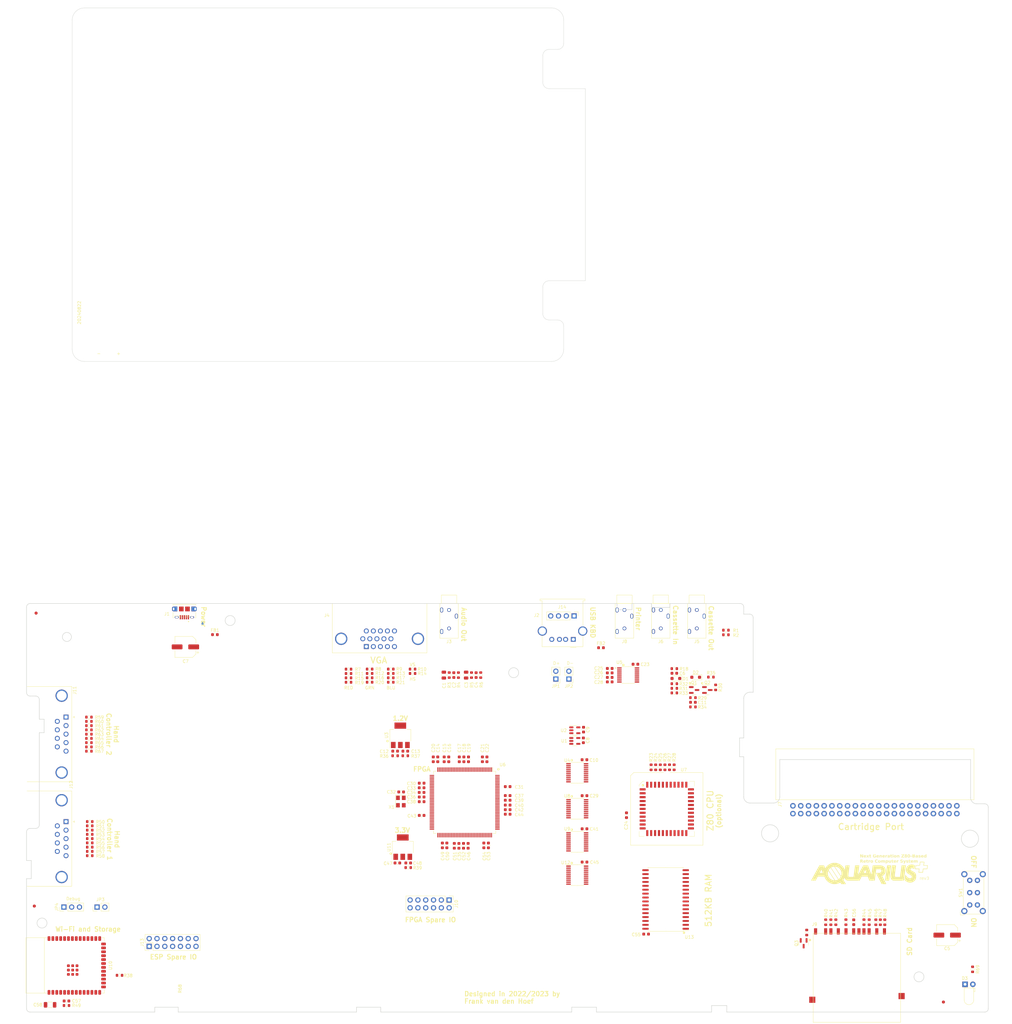
<source format=kicad_pcb>
(kicad_pcb (version 20240108) (generator "pcbnew") (generator_version "8.0")
  (layers (0 "F.Cu" signal) (31 "B.Cu" signal) (34 "B.Paste" user) (35 "F.Paste" user) (36 "B.SilkS" user "B.Silkscreen") (37 "F.SilkS" user "F.Silkscreen") (38 "B.Mask" user) (39 "F.Mask" user) (44 "Edge.Cuts" user))
  (net 0 "")
  (net 1 "+1V2")
  (net 2 "GND")
  (net 3 "+3V3")
  (net 4 "Net-(D1-K)")
  (net 5 "+5V")
  (net 6 "Net-(Q1-C)")
  (net 7 "Net-(D2-K)")
  (net 8 "SD_WP#")
  (net 9 "FPGA_EXP0")
  (net 10 "FPGA_EXP1")
  (net 11 "FPGA_EXP2")
  (net 12 "FPGA_EXP3")
  (net 13 "FPGA_EXP4")
  (net 14 "FPGA_EXP5")
  (net 15 "FPGA_EXP6")
  (net 16 "ESP_EXP0")
  (net 17 "ESP_EXP1")
  (net 18 "ESP_EXP2")
  (net 19 "ESP_EXP3")
  (net 20 "ESP_EXP4")
  (net 21 "ESP_EXP5")
  (net 22 "ESP_EXP6")
  (net 23 "ESP_EXP7")
  (net 24 "ESP_USB_D-")
  (net 25 "ESP_USB_D+")
  (net 26 "CASSETTE_IN")
  (net 27 "Net-(Q1-E)")
  (net 28 "SPI_CS#")
  (net 29 "SD_CD")
  (net 30 "FPGA_PROG#")
  (net 31 "HC1_D04")
  (net 32 "FPGA_DONE")
  (net 33 "SPI_SCLK")
  (net 34 "HC1_D03")
  (net 35 "HC1_D05")
  (net 36 "HC1_D02")
  (net 37 "SD_MISO")
  (net 38 "SD_MOSI")
  (net 39 "SD_SSEL#")
  (net 40 "SD_SCK")
  (net 41 "CASSETTE_OUT")
  (net 42 "VGA_R3")
  (net 43 "VGA_R2")
  (net 44 "VGA_R1")
  (net 45 "VGA_R0")
  (net 46 "VGA_G3")
  (net 47 "VGA_G2")
  (net 48 "VGA_G1")
  (net 49 "VGA_G0")
  (net 50 "VGA_B3")
  (net 51 "VGA_B2")
  (net 52 "VGA_B1")
  (net 53 "VGA_B0")
  (net 54 "VGA_VSYNC")
  (net 55 "VGA_HSYNC")
  (net 56 "INT#")
  (net 57 "NMI#")
  (net 58 "BUSREQ#")
  (net 59 "BUSACK#")
  (net 60 "WAIT#")
  (net 61 "RESET#")
  (net 62 "SD_ACTIVITY")
  (net 63 "HC1_D06")
  (net 64 "HC1_D01")
  (net 65 "HC1_D07")
  (net 66 "HC1_D00")
  (net 67 "HC2_D04")
  (net 68 "HC2_D03")
  (net 69 "AUDIO_L")
  (net 70 "AUDIO_R")
  (net 71 "HC2_D05")
  (net 72 "HC2_D02")
  (net 73 "HC2_D06")
  (net 74 "HC2_D01")
  (net 75 "HC2_D07")
  (net 76 "HC2_D00")
  (net 79 "Net-(J11-Pad5)")
  (net 80 "Net-(J11-Pad9)")
  (net 81 "Net-(J11-Pad4)")
  (net 82 "Net-(J11-Pad8)")
  (net 83 "Net-(J11-Pad3)")
  (net 84 "Net-(J11-Pad7)")
  (net 85 "Net-(J11-Pad2)")
  (net 86 "Net-(J11-Pad6)")
  (net 87 "VBUS")
  (net 88 "ESP_CTS")
  (net 89 "ESP_RX")
  (net 90 "ESP_RTS")
  (net 91 "ESP_TX")
  (net 92 "PRINTER_IN")
  (net 93 "PRINTER_OUT")
  (net 94 "ESP_NOTIFY")
  (net 95 "SYSCLK")
  (net 96 "SPI_MISO")
  (net 97 "SPI_MOSI")
  (net 98 "FPGA_INT#")
  (net 99 "FPGA_WR#")
  (net 100 "FPGA_BUSREQ#")
  (net 101 "FPGA_RESET#")
  (net 102 "RAM_CE#")
  (net 103 "FPGA_BUSACK#")
  (net 104 "FPGA_PHI")
  (net 105 "FPGA_CART_CE#")
  (net 106 "FPGA_RD#")
  (net 107 "FPGA_IORQ#")
  (net 108 "FPGA_MREQ#")
  (net 109 "FPGA_D7")
  (net 110 "FPGA_D6")
  (net 111 "FPGA_D5")
  (net 112 "FPGA_D4")
  (net 113 "FPGA_D3")
  (net 114 "FPGA_D2")
  (net 115 "FPGA_D1")
  (net 116 "FPGA_D0")
  (net 117 "BA18")
  (net 118 "BA17")
  (net 119 "FPGA_A12")
  (net 120 "FPGA_A11")
  (net 121 "FPGA_A10")
  (net 122 "FPGA_A14")
  (net 123 "FPGA_A13")
  (net 124 "BA14")
  (net 125 "FPGA_A15")
  (net 126 "BA16")
  (net 127 "BA15")
  (net 128 "FPGA_A9")
  (net 129 "FPGA_A8")
  (net 130 "FPGA_A7")
  (net 131 "FPGA_A6")
  (net 132 "FPGA_A5")
  (net 133 "FPGA_A4")
  (net 134 "FPGA_A3")
  (net 135 "FPGA_A2")
  (net 136 "FPGA_A1")
  (net 137 "FPGA_A0")
  (net 138 "A9")
  (net 139 "A8")
  (net 140 "A7")
  (net 141 "A6")
  (net 142 "A5")
  (net 143 "A4")
  (net 144 "A3")
  (net 145 "A2")
  (net 146 "A1")
  (net 147 "A0")
  (net 148 "D3")
  (net 149 "D2")
  (net 150 "D1")
  (net 151 "D0")
  (net 152 "A15")
  (net 153 "A14")
  (net 154 "A13")
  (net 155 "A12")
  (net 156 "A11")
  (net 157 "A10")
  (net 158 "WR#")
  (net 159 "RD#")
  (net 160 "IORQ#")
  (net 161 "MREQ#")
  (net 162 "M1#")
  (net 163 "D7")
  (net 164 "D6")
  (net 165 "D5")
  (net 166 "D4")
  (net 167 "PHI")
  (net 168 "HALT#")
  (net 169 "RFSH#")
  (net 170 "CART_CE#")
  (net 171 "RAM_WE#")
  (net 173 "Net-(J11-Pad1)")
  (net 174 "HC1_D08")
  (net 175 "HC2_D08")
  (net 176 "FPGA_EXP7")
  (net 177 "FPGA_EXP8")
  (net 178 "FPGA_EXP9")
  (net 179 "ESP_EXP8")
  (net 180 "ESP_EXP10")
  (net 181 "ESP_EXP9")
  (net 182 "Net-(C1-Pad1)")
  (net 183 "Net-(C1-Pad2)")
  (net 184 "Net-(C3-Pad1)")
  (net 185 "Net-(C3-Pad2)")
  (net 186 "Net-(C6-Pad1)")
  (net 187 "Net-(C11-Pad2)")
  (net 188 "Net-(U3-VI)")
  (net 189 "Net-(U5-C1+)")
  (net 190 "Net-(U5-C1-)")
  (net 191 "Net-(U5-V+)")
  (net 192 "Net-(U5-C2+)")
  (net 193 "Net-(U5-C2-)")
  (net 194 "Net-(U5-V-)")
  (net 195 "Net-(U11-VI)")
  (net 196 "Net-(U10-EN)")
  (net 197 "Net-(D3-A)")
  (net 198 "/USB_D+")
  (net 200 "Net-(J4-Pad1)")
  (net 201 "Net-(J4-Pad2)")
  (net 202 "Net-(J4-Pad3)")
  (net 207 "Net-(J4-Pad13)")
  (net 208 "Net-(J4-Pad14)")
  (net 211 "Net-(J5-PadT)")
  (net 214 "Net-(U5-RIN)")
  (net 215 "Net-(U5-DOUT)")
  (net 216 "Net-(J9-CD{slash}DAT3)")
  (net 217 "Net-(J9-CMD)")
  (net 218 "Net-(J9-CLK)")
  (net 219 "Net-(J9-DAT0)")
  (net 220 "Net-(J9-DAT1)")
  (net 221 "Net-(J9-DAT2)")
  (net 222 "Net-(J9-WRITE_PROTECT)")
  (net 223 "Net-(J12-Pad1)")
  (net 224 "Net-(J12-Pad2)")
  (net 225 "Net-(J12-Pad3)")
  (net 226 "Net-(J12-Pad4)")
  (net 227 "Net-(J12-Pad5)")
  (net 228 "Net-(J12-Pad6)")
  (net 229 "Net-(J12-Pad7)")
  (net 230 "Net-(J12-Pad8)")
  (net 231 "Net-(J12-Pad9)")
  (net 232 "Net-(JP3-A)")
  (net 233 "Net-(JP4-Pin_1)")
  (net 234 "Net-(JP4-Pin_2)")
  (net 235 "Net-(U6-B2_IO_CCLK)")
  (net 245 "/USB_D-")
  (net 246 "Net-(J1-VBUS)")
  (net 247 "Net-(J2-VBUS)")
  (footprint "Capacitor_SMD:C_0603_1608Metric" (layer "F.Cu") (at 208.524218 119.412611 90)
    (property "Reference" "C21")
    (property "Value" "4.7uF")
  )
  (footprint "Resistor_SMD:R_0603_1608Metric" (layer "F.Cu") (at 80.455708 115.385476)
    (property "Reference" "R66")
    (property "Value" "100")
  )
  (footprint "aquarius-plus:CR22A-44D-2.54DSA(70)" (layer "F.Cu") (at 336.266246 134.538051)
    (property "Reference" "J7")
    (property "Value" "Expansion port")
  )
  (footprint "Resistor_SMD:R_0603_1608Metric" (layer "F.Cu") (at 264.927938 122.01204 -90)
    (property "Reference" "R24")
    (property "Value" "1k")
  )
  (footprint "Resistor_SMD:R_0603_1608Metric" (layer "F.Cu") (at 73.153309 199.488692 180)
    (property "Reference" "R49")
    (property "Value" "10k")
  )
  (footprint "Package_SO:TSSOP-16_4.4x5mm_P0.65mm" (layer "F.Cu") (at 255.966349 91.982632)
    (property "Reference" "U5")
    (property "Value" "MAX3221ECPWR")
  )
  (footprint "Package_SO:SSOP-32_11.305x20.495mm_P1.27mm" (layer "F.Cu") (at 268.159348 165.009155 180)
    (property "Reference" "U13")
    (property "Value" "IS61C5128AS-25QLI")
  )
  (footprint "Connector_PinHeader_2.54mm:PinHeader_1x02_P2.54mm_Vertical" (layer "F.Cu") (at 83.107045 167.486154 90)
    (property "Reference" "JP3")
    (property "Value" "Bootloader")
  )
  (footprint "Resistor_SMD:R_0603_1608Metric" (layer "F.Cu") (at 338.042138 172.403022 -90)
    (property "Reference" "R47")
    (property "Value" "10k")
  )
  (footprint "Resistor_SMD:R_0603_1608Metric" (layer "F.Cu") (at 80.72276 143.822321)
    (property "Reference" "R53")
    (property "Value" "100")
  )
  (footprint "aquarius-plus:aqplus_logo" (layer "F.Cu") (at 334.485112 156.372352)
    (property "Reference" "#G1" (hide yes))
    (property "Value" "LOGO" (hide yes))
  )
  (footprint "Resistor_SMD:R_0603_1608Metric" (layer "F.Cu") (at 171.820455 94.325396)
    (property "Reference" "R20")
    (property "Value" "4300")
  )
  (footprint "Resistor_SMD:R_0603_1608Metric" (layer "F.Cu") (at 178.705255 91.487296)
    (property "Reference" "R13")
    (property "Value" "1070")
  )
  (footprint "Capacitor_SMD:C_0603_1608Metric" (layer "F.Cu") (at 203.877218 147.543911 -90)
    (property "Reference" "C46")
    (property "Value" "100nF")
  )
  (footprint "Connector_Dsub:DSUB-9_Male_Horizontal_P2.77x2.84mm_EdgePinOffset9.90mm_Housed_MountingHolesOffset11.32mm" (layer "F.Cu") (at 73 105.67705 -90)
    (property "Reference" "J11")
    (property "Value" "Hand controller 2")
  )
  (footprint "Resistor_SMD:R_0603_1608Metric" (layer "F.Cu") (at 80.455708 112.615476)
    (property "Reference" "R64")
    (property "Value" "100")
  )
  (footprint "Resistor_SMD:R_0603_1608Metric" (layer "F.Cu") (at 80.72276 145.212321)
    (property "Reference" "R54")
    (property "Value" "100")
  )
  (footprint "Capacitor_SMD:C_0603_1608Metric" (layer "F.Cu") (at 206.472832 92.021526 90)
    (property "Reference" "C4")
    (property "Value" "100nF")
  )
  (footprint "Connector_PinHeader_2.54mm:PinHeader_1x04_P2.54mm_Vertical" (layer "F.Cu") (at 238.376125 72.777486 -90)
    (property "Reference" "J14")
    (property "Value" "Conn_01x04" (hide yes))
  )
  (footprint "Package_TO_SOT_SMD:SOT-223-3_TabPin2" (layer "F.Cu") (at 181.813326 111.606411 90)
    (property "Reference" "U3")
    (property "Value" "LD1117S12")
  )
  (footprint "Capacitor_SMD:C_0603_1608Metric" (layer "F.Cu") (at 202.377218 147.543911 -90)
    (property "Reference" "C52")
    (property "Value" "100nF")
  )
  (footprint "Resistor_SMD:R_0603_1608Metric" (layer "F.Cu") (at 336.580738 172.402322 -90)
    (property "Reference" "R46")
    (property "Value" "100")
  )
  (footprint "Inductor_SMD:L_0603_1608Metric" (layer "F.Cu") (at 247.121819 83.126089)
    (property "Reference" "FB2")
    (property "Value" "220")
  )
  (footprint "Package_QFP:TQFP-144_20x20mm_P0.5mm" (layer "F.Cu") (at 202.747218 133.418911 -90)
    (property "Reference" "U6")
    (property "Value" "XC6SLX9-2TQG144C")
  )
  (footprint "MountingHole:MountingHole_3.2mm_M3" (layer "F.Cu") (at 231 -14)
    (property "Reference" "H4" (hide yes))
    (property "Value" "MountingHole")
  )
  (footprint "Resistor_SMD:R_0603_1608Metric" (layer "F.Cu") (at 164.949555 92.921996)
    (property "Reference" "R15")
    (property "Value" "2150")
  )
  (footprint "MountingHole:MountingHole_3.2mm_M3" (layer "F.Cu") (at 79 -14)
    (property "Reference" "H3" (hide yes))
    (property "Value" "MountingHole")
  )
  (footprint "Resistor_SMD:R_0603_1608Metric" (layer "F.Cu") (at 266.430438 122.01204 -90)
    (property "Reference" "R25")
    (property "Value" "1k")
  )
  (footprint "Connector_PinHeader_2.54mm:PinHeader_1x02_P2.54mm_Vertical" (layer "F.Cu") (at 232.433789 93.295596 180)
    (property "Reference" "JP1")
    (property "Value" "USB")
  )
  (footprint "Resistor_SMD:R_0603_1608Metric" (layer "F.Cu") (at 80.455708 105.690476)
    (property "Reference" "R59")
    (property "Value" "100")
  )
  (footprint "Capacitor_SMD:C_0603_1608Metric" (layer "F.Cu") (at 180.852218 153.132011 180)
    (property "Reference" "C47")
    (property "Value" "4.7uF")
  )
  (footprint "Capacitor_SMD:C_0603_1608Metric" (layer "F.Cu") (at 200.877218 147.556411 -90)
    (property "Reference" "C35")
    (property "Value" "4.7uF")
  )
  (footprint "Capacitor_SMD:C_0603_1608Metric" (layer "F.Cu") (at 261.808448 176.270155)
    (property "Reference" "C55")
    (property "Value" "100nF")
  )
  (footprint "Capacitor_SMD:C_0603_1608Metric" (layer "F.Cu") (at 192.527218 119.415211 90)
    (property "Reference" "C20")
    (property "Value" "4.7uF")
  )
  (footprint "Capacitor_SMD:C_0805_2012Metric" (layer "F.Cu") (at 203.222832 92.021526 90)
    (property "Reference" "C3")
    (property "Value" "10uF")
  )
  (footprint "Resistor_SMD:R_0603_1608Metric" (layer "F.Cu") (at 263.430438 122.01204 -90)
    (property "Reference" "R23")
    (property "Value" "1k")
  )
  (footprint "Package_TO_SOT_SMD:SOT-23" (layer "F.Cu") (at 281.736187 96.868911)
    (property "Reference" "Q2")
    (property "Value" "BC847C")
  )
  (footprint "Capacitor_SMD:C_0603_1608Metric" (layer "F.Cu") (at 203.997218 119.418911 90)
    (property "Reference" "C19")
    (property "Value" "100nF")
  )
  (footprint "Resistor_SMD:R_0603_1608Metric" (layer "F.Cu") (at 200.719132 92.030026 90)
    (property "Reference" "R4")
    (property "Value" "330")
  )
  (footprint "Resistor_SMD:R_0603_1608Metric" (layer "F.Cu") (at 287.781509 77.40497 180)
    (property "Reference" "R1")
    (property "Value" "10k")
  )
  (footprint "aquarius-plus:C2939180" (layer "F.Cu") (at 266.590823 73.735142)
    (property "Reference" "J6")
    (property "Value" "Cassette in")
  )
  (footprint "Connector_PinHeader_2.54mm:PinHeader_2x06_P2.54mm_Vertical" (layer "F.Cu") (at 197.693626 165.178911 -90)
    (property "Reference" "J10")
    (property "Value" "FPGA spare")
  )
  (footprint "Resistor_SMD:R_0603_1608Metric" (layer "F.Cu") (at 270.988326 89.920684)
    (property "Reference" "R18")
    (property "Value" "82")
  )
  (footprint "Capacitor_SMD:C_0603_1608Metric" (layer "F.Cu") (at 329.385338 172.401222 90)
    (property "Reference" "C56")
    (property "Value" "4.7uF")
  )
  (footprint "Capacitor_SMD:C_0603_1608Metric" (layer "F.Cu") (at 184.377218 153.132011 180)
    (property "Reference" "C48")
    (property "Value" "4.7uF")
  )
  (footprint "Resistor_SMD:R_0603_1608Metric" (layer "F.Cu") (at 80.72276 150.752321)
    (property "Reference" "R58")
    (property "Value" "100")
  )
  (footprint "Capacitor_SMD:C_0603_1608Metric" (layer "F.Cu") (at 241.760475 152.837127 180)
    (property "Reference" "C45")
    (property "Value" "100nF")
  )
  (footprint "Fiducial:Fiducial_1mm_Mask2mm" (layer "F.Cu") (at 63.255003 71.853771)
    (property "Reference" "FID1" (hide yes))
    (property "Value" "Fiducial")
  )
  (footprint "Resistor_SMD:R_0603_1608Metric" (layer "F.Cu") (at 80.72276 149.367321)
    (property "Reference" "R57")
    (property "Value" "100")
  )
  (footprint "Resistor_SMD:R_0603_1608Metric" (layer "F.Cu") (at 270.998687 97.818911)
    (property "Reference" "R33")
    (property "Value" "220")
  )
  (footprint "Capacitor_SMD:C_0603_1608Metric" (layer "F.Cu") (at 249.964049 89.856032 180)
    (property "Reference" "C25")
    (property "Value" "100nF")
  )
  (footprint "Button_Switch_THT:SW_E-Switch_EG2219_DPDT_Angled" (layer "F.Cu") (at 367.139926 166.781011 90)
    (property "Reference" "SW1")
    (property "Value" "SW_DPDT_x2")
  )
  (footprint "Capacitor_SMD:C_0603_1608Metric" (layer "F.Cu") (at 249.960249 91.308532 180)
    (property "Reference" "C26")
    (property "Value" "100nF")
  )
  (footprint "Resistor_SMD:R_0603_1608Metric" (layer "F.Cu") (at 185.792255 91.484396)
    (property "Reference" "R14")
    (property "Value" "820")
  )
  (footprint "Resistor_SMD:R_0603_1608Metric" (layer "F.Cu") (at 184.377218 154.632011)
    (property "Reference" "R39")
    (property "Value" "1")
  )
  (footprint "Resistor_SMD:R_0603_1608Metric" (layer "F.Cu") (at 178.705255 90.070196)
    (property "Reference" "R9")
    (property "Value" "536")
  )
  (footprint "Capacitor_SMD:C_0603_1608Metric" (layer "F.Cu") (at 241.760475 142.027127 180)
    (property "Reference" "C41")
    (property "Value" "100nF")
  )
  (footprint "Resistor_SMD:R_0603_1608Metric" (layer "F.Cu") (at 332.713338 172.383822 -90)
    (property "Reference" "R44")
    (property "Value" "10k")
  )
  (footprint "Capacitor_SMD:C_0603_1608Metric" (layer "F.Cu") (at 188.747218 127.168911 180)
    (property "Reference" "C30")
    (property "Value" "100nF")
  )
  (footprint "Resistor_SMD:R_0603_1608Metric" (layer "F.Cu") (at 197.722832 92.021526 -90)
    (property "Reference" "R3")
    (property "Value" "150")
  )
  (footprint "Capacitor_SMD:C_0603_1608Metric" (layer "F.Cu") (at 196.077218 119.418911 90)
    (property "Reference" "C15")
    (property "Value" "100nF")
  )
  (footprint "Resistor_SMD:R_0603_1608Metric" (layer "F.Cu") (at 164.949555 91.503596)
    (property "Reference" "R11")
    (property "Value" "1070")
  )
  (footprint "Connector_PinHeader_2.54mm:PinHeader_1x03_P2.54mm_Vertical" (layer "F.Cu") (at 72.302845 167.479154 90)
    (property "Reference" "JP4")
    (property "Value" "DBG")
  )
  (footprint "Capacitor_SMD:C_0603_1608Metric" (layer "F.Cu") (at 216.747218 134.306413)
    (property "Reference" "C40")
    (property "Value" "100nF")
  )
  (footprint "Resistor_SMD:R_0603_1608Metric" (layer "F.Cu") (at 277.048687 102.368911)
    (property "Reference" "R34")
    (property "Value" "2.2k")
  )
  (footprint "aquarius-plus:AMPHENOL_10118194-0001LF" (layer "F.Cu") (at 111.522561 70.50497 180)
    (property "Reference" "J1")
    (property "Value" "Power in")
  )
  (footprint "Resistor_SMD:R_0603_1608Metric" (layer "F.Cu") (at 320.266238 172.401422 90)
    (property "Reference" "R40")
    (property "Value" "10k")
  )
  (footprint "Resistor_SMD:R_0603_1608Metric" (layer "F.Cu") (at 269.430438 121.99894 -90)
    (property "Reference" "R27")
    (property "Value" "1k")
  )
  (footprint "Package_TO_SOT_SMD:SOT-223-3_TabPin2" (layer "F.Cu") (at 182.604718 147.982011 90)
    (property "Reference" "U11")
    (property "Value" "LDL1117S33R")
  )
  (footprint "Capacitor_SMD:C_0603_1608Metric" (layer "F.Cu") (at 188.735218 128.682811 180)
    (property "Reference" "C33")
    (property "Value" "4.7uF")
  )
  (footprint "Resistor_SMD:R_0603_1608Metric" (layer "F.Cu") (at 171.819355 92.902296)
    (property "Reference" "R16")
    (property "Value" "2150")
  )
  (footprint "Capacitor_SMD:C_0603_1608Metric" (layer "F.Cu") (at 241.760475 131.247127 180)
    (property "Reference" "C29")
    (property "Value" "100nF")
  )
  (footprint "Resistor_SMD:R_0603_1608Metric" (layer "F.Cu") (at 270.998687 96.318911 180)
    (property "Reference" "R31")
    (property "Value" "220k")
  )
  (footprint "Connector_PinHeader_2.54mm:PinHeader_2x07_P2.54mm_Vertical" (layer "F.Cu") (at 100.073626 180.258911 90)
    (property "Reference" "J13")
    (property "Value" "ESP32 spare")
  )
  (footprint "Connector_PinHeader_2.54mm:PinHeader_1x02_P2.54mm_Vertical" (layer "F.Cu") (at 236.673789 93.295596 180)
    (property "Reference" "JP2")
    (property "Value" "USB")
  )
  (footprint "Capacitor_SMD:C_0603_1608Metric" (layer "F.Cu") (at 216.752218 135.806411)
    (property "Reference" "C42")
    (property "Value" "100nF")
  )
  (footprint "aquarius-plus:C2939180" (layer "F.Cu") (at 254.753645 73.735142)
    (property "Reference" "J8")
    (property "Value" "Printer")
  )
  (footprint "Package_TO_SOT_SMD:SOT-23" (layer "F.Cu") (at 277.448687 96.868911)
    (property "Reference" "Q1")
    (property "Value" "BC847C")
  )
  (footprint "Resistor_SMD:R_0603_1608Metric" (layer "F.Cu") (at 178.701455 92.898296)
    (property "Reference" "R17")
    (property "Value" "2150")
  )
  (footprint "Capacitor_SMD:C_0603_1608Metric" (layer "F.Cu") (at 195.497218 147.418911 -90)
    (property "Reference" "C49")
    (property "Value" "100nF")
  )
  (footprint "Resistor_SMD:R_0603_1608Metric" (layer "F.Cu") (at 178.705255 94.333396)
    (property "Reference" "R21")
    (property "Value" "4300")
  )
  (footprint "Resistor_SMD:R_0603_1608Metric" (layer "F.Cu") (at 80.72276 141.057321)
    (property "Reference" "R51")
    (property "Value" "100")
  )
  (footprint "Fiducial:Fiducial_1mm_Mask2mm" (layer "F.Cu") (at 62.687698 167.14904)
    (property "Reference" "FID3" (hide yes))
    (property "Value" "Fiducial")
  )
  (footprint "Resistor_SMD:R_0603_1608Metric" (layer "F.Cu") (at 180.126626 118.255711)
    (property "Reference" "R36")
    (property "Value" "100")
  )
  (footprint "Capacitor_SMD:C_0603_1608Metric" (layer "F.Cu") (at 73.153709 198.028992)
    (property "Reference" "C57")
    (property "Value" "100nF")
  )
  (footprint "Resistor_SMD:R_0603_1608Metric" (layer "F.Cu") (at 80.455708 107.075476)
    (property "Reference" "R60")
    (property "Value" "100")
  )
  (footprint "Resistor_SMD:R_0603_1608Metric" (layer "F.Cu") (at 314.080438 175.754822 90)
    (property "Reference" "R68")
    (property "Value" "10k" (hide yes))
  )
  (footprint "Resistor_SMD:R_0603_1608Metric" (layer "F.Cu") (at 270.998687 94.818911)
    (property "Reference" "R32")
    (property "Value" "47k")
  )
  (footprint "Resistor_SMD:R_0603_1608Metric" (layer "F.Cu") (at 368.07432 187.722699 -90)
    (property "Reference" "R69")
    (property "Value" "220")
  )
  (footprint "aquarius-plus:TF-03A" (layer "F.Cu") (at 330.430438 175.974822)
    (property "Reference" "J9")
    (property "Value" "TF-03A")
  )
  (footprint "Package_TO_SOT_SMD:SOT-23-5" (layer "F.Cu") (at 238.612273 109.972781)
    (property "Reference" "U2")
    (property "Value" "SN74AHCT1G125DBVR")
  )
  (footprint "Resistor_SMD:R_0603_1608Metric" (layer "F.Cu") (at 80.72276 147.982321)
    (property "Reference" "R56")
    (property "Value" "100")
  )
  (footprint "Resistor_SMD:R_0603_1608Metric" (layer "F.Cu") (at 326.841438 172.387422 -90)
    (property "Reference" "R43")
    (property "Value" "100")
  )
  (footprint "Capacitor_SMD:C_0603_1608Metric" (layer "F.Cu") (at 255.418751 137.601672 -90)
    (property "Reference" "C24")
    (property "Value" "100nF")
  )
  (footprint "Resistor_SMD:R_0603_1608Metric" (layer "F.Cu") (at 267.930438 122.01204 -90)
    (property "Reference" "R26")
    (property "Value" "1k")
  )
  (footprint "Package_LCC:PLCC-44_SMD-Socket" (layer "F.Cu") (at 268.537938 135.53514)
    (property "Reference" "U7")
    (property "Value" "Z84C3008VEG")
  )
  (footprint "Resistor_SMD:R_0603_1608Metric" (layer "F.Cu") (at 282.898687 92.668911)
    (property "Reference" "R35")
    (property "Value" "47k")
  )
  (footprint "aquarius-plus:ICD15S13E4GV00LF" (layer "F.Cu") (at 175.058626 68.777259 180)
    (property "Reference" "J4")
    (property "Value" "VGA")
  )
  (footprint "Package_SO:TSSOP-20_4.4x6.5mm_P0.65mm" (layer "F.Cu") (at 239.397075 123.800727)
    (property "Reference" "U4")
    (property "Value" "SN74CB3T3245PWR")
  )
  (footprint "Capacitor_SMD:C_0603_1608Metric" (layer "F.Cu") (at 216.747218 131.218911)
    (property "Reference" "C37")
    (property "Value" "100nF")
  )
  (footprint "Capacitor_SMD:C_0603_1608Metric" (layer "F.Cu") (at 216.747218 132.718911)
    (property "Reference" "C39")
    (property "Value" "100nF")
  )
  (footprint "Resistor_SMD:R_0603_1608Metric" (layer "F.Cu") (at 80.455708 114.000476)
    (property "Reference" "R65")
    (property "Value" "100")
  )
  (footprint "Resistor_SMD:R_0603_1608Metric" (layer "F.Cu") (at 207.980032 92.016126 90)
    (property "Reference" "R6")
    (property "Value" "330")
  )
  (footprint "Connector_USB:USB_A_Molex_67643_Horizontal" (layer "F.Cu") (at 238.106891 80.405606 180)
    (property "Reference" "J2")
    (property "Value" "ESP USB Host")
  )
  (footprint "MountingHole:MountingHole_3.2mm_M3" (layer "F.Cu") (at 79 -121)
    (property "Reference" "H1" (hide yes))
    (property "Value" "MountingHole")
  )
  (footprint "Package_SO:TSSOP-20_4.4x6.5mm_P0.65mm" (layer "F.Cu") (at 239.410475 146.277127)
    (property "Reference" "U9")
    (property "Value" "SN74CB3T3245PWR")
  )
  (footprint "Resistor_SMD:R_0603_1608Metric" (layer "F.Cu") (at 80.455708 109.845476)
    (property "Reference" "R62")
    (property "Value" "100")
  )
  (footprint "Resistor_SMD:R_0603_1608Metric" (layer "F.Cu") (at 80.455708 108.460476)
    (property "Reference" "R61")
    (property "Value" "100")
  )
  (footprint "Resistor_SMD:R_0603_1608Metric" (layer "F.Cu") (at 334.411538 172.397422 -90)
    (property "Reference" "R45")
    (property "Value" "100")
  )
  (footprint "Capacitor_SMD:C_0603_1608Metric" (layer "F.Cu") (at 193.997218 119.418911 90)
    (property "Reference" "C14")
    (property "Value" "100nF")
  )
  (footprint "Capacitor_SMD:C_0603_1608Metric" (layer "F.Cu") (at 188.747218 137.668911 180)
    (property "Reference" "C43")
    (property "Value" "100nF")
  )
  (footprint "Capacitor_SMD:C_0603_1608Metric" (layer "F.Cu") (at 199.377218 147.543911 -90)
    (property "Reference" "C51")
    (property "Value" "100nF")
  )
  (footprint "LED_THT:LED_D3.0mm_Horizontal_O1.27mm_Z2.0mm" (layer "F.Cu") (at 365.619922 192.599473)
    (property "Reference" "D3")
    (property "Value" "SD act.")
  )
  (footprint "Package_SO:TSSOP-20_4.4x6.5mm_P0.65mm" (layer "F.Cu") (at 239.410475 135.497127)
    (property "Reference" "U8")
    (property "Value" "SN74CB3T3245PWR")
  )
  (footprint "Resistor_SMD:R_0603_1608Metric" (layer "F.Cu") (at 171.820455 91.479196)
    (property "Reference" "R12")
    (property "Value" "1070")
  )
  (footprint "Resistor_SMD:R_0603_1608Metric" (layer "F.Cu") (at 164.949555 94.340296)
    (property "Reference" "R19")
    (property "Value" "4300")
  )
  (footprint "Capacitor_SMD:C_0603_1608Metric" (layer "F.Cu") (at 249.960249 92.767732 180)
    (property "Reference" "C27")
    (property "Value" "100nF")
  )
  (footprint "Resistor_SMD:R_0603_1608Metric" (layer "F.Cu") (at 204.972832 92.021526 -90)
    (property "Reference" "R5")
    (property "Value" "150")
  )
  (footprint "Capacitor_SMD:C_0603_1608Metric" (layer "F.Cu") (at 270.998687 91.418911)
    (property "Reference" "C6")
    (property "Value" "100nF")
  )
  (footprint "MountingHole:MountingHole_3.2mm_M3" (layer "F.Cu") (at 231 -121)
    (property "Reference" "H2" (hide yes))
    (property "Value" "MountingHole")
  )
  (footprint "Resistor_SMD:R_0603_1608Metric" (layer "F.Cu") (at 287.781509 78.90497 180)
    (property "Reference" "R2")
    (property "Value" "100")
  )
  (footprint "Capacitor_SMD:C_0603_1608Metric" (layer "F.Cu") (at 188.747218 131.668911 180)
    (property "Reference" "C36")
    (property "Value" "100nF")
  )
  (footprint "Capacitor_SMD:C_0603_1608Metric" (layer "F.Cu") (at 241.747075 119.550727 180)
    (property "Reference" "C10")
    (property "Value" "100nF")
  )
  (footprint "Capacitor_SMD:CP_Elec_6.3x7.7" (layer "F.Cu") (at 111.857588 82.842251 180)
    (property "Reference" "C7")
    (property "Value" "100uF")
  )
  (footprint "Capacitor_SMD:C_0603_1608Metric" (layer "F.Cu") (at 258.336649 88.485832 180)
    (property "Reference" "C23")
    (property "Value" "4.7uF")
  )
  (footprint "Capacitor_SMD:C_0603_1608Metric" (layer "F.Cu") (at 199.222832 92.021526 90)
    (property "Reference" "C2")
    (property "Value" "100nF")
  )
  (footprint "Diode_SMD:D_SOD-323_HandSoldering" (layer "F.Cu") (at 277.948687 92.718911 180)
    (property "Reference" "D2")
    (property "Value" "1N4148WS")
  )
  (footprint "Inductor_SMD:L_0603_1608Metric" (layer "F.Cu") (at 121.464485 78.853741)
    (property "Reference" "FB1")
    (property "Value" "220")
  )
  (footprint "Oscillator:Oscillator_SMD_SeikoEpson_SG8002CE-4Pin_3.2x2.5mm" (layer "F.Cu") (at 181.977218 133.156411 -90)
    (property "Reference" "X1")
    (property "Value" "SX3M14.31818M20F30TNN")
  )
  (footprint "Capacitor_SMD:C_0603_1608Metric" (layer "F.Cu") (at 216.748418 128.297011)
    (property "Reference" "C31")
    (property "Value" "100nF")
  )
  (footprint "Capacitor_SMD:C_0603_1608Metric" (layer "F.Cu") (at 210.477218 147.424411 -90)
    (property "Reference" "C53")
    (property "Value" "4.7uF")
  )
  (footprint "Capacitor_SMD:C_0603_1608Metric" (layer "F.Cu") (at 197.577218 119.418911 90)
    (property "Reference" "C16")
    (property "Value" "100nF")
  )
  (footprint "Capacitor_SMD:C_0603_1608Metric" (layer "F.Cu") (at 188.747318 133.197611 180)
    (property "Reference" "C38")
    (property "Value" "100nF")
  )
  (footprint "Capacitor_SMD:C_0603_1608Metric" (layer "F.Cu") (at 277.048687 100.868911 180)
    (property "Reference" "C11")
    (property "Value" "4.7uF")
  )
  (footprint "Package_SO:TSSOP-20_4.4x6.5mm_P0.65mm" (layer "F.Cu") (at 239.410475 157.087127)
    (property "Reference" "U12")
    (property "Value" "SN74CB3T3245PWR")
  )
  (footprint "Capacitor_SMD:C_1206_3216Metric" (layer "F.Cu") (at 67.8104 199.269314 180)
    (property "Reference" "C58")
    (property "Value" "22uF")
  )
  (footprint "Capacitor_SMD:C_0603_1608Metric" (layer "F.Cu") (at 249.964049 94.233832 180)
    (property "Reference" "C28")
    (property "Value" "100nF")
  )
  (footprint "Capacitor_SMD:C_0603_1608Metric" (layer "F.Cu") (at 241.443273 109.757081 -90)
    (property "Reference" "C9")
    (property "Value" "100nF")
  )
  (footprint "aquarius-plus:C2939180" (layer "F.Cu") (at 197.660601 73.742944)
    (property "Reference" "J3")
    (property "Value" "Audio out")
  )
  (footprint "Resistor_SMD:R_0603_1608Metric" (layer "F.Cu") (at 323.561138 172.396522 -90)
    (property "Reference" "R42")
    (property "Value" "10k")
  )
  (footprint "Capacitor_SMD:C_0603_1608Metric" (layer "F.Cu") (at 182.077218 130.026411 180)
    (property "Reference" "C32")
    (property "Value" "100nF")
  )
  (footprint "Capacitor_SMD:C_0603_1608Metric" (layer "F.Cu") (at 183.426626 116.755711 180)
    (property "Reference" "C13")
    (property "Value" "4.7uF")
  )
  (footprint "Resistor_SMD:R_0603_1608Metric" (layer "F.Cu") (at 80.72276 139.672321)
    (property "Reference" "R50")
    (property "Value" "100")
  )
  (footprint "Capacitor_SMD:C_0603_1608Metric" (layer "F.Cu") (at 196.953318 147.416711 -90)
    (property "Reference" "C50")
    (property "Value" "4.7uF")
  )
  (footprint "Resistor_SMD:R_0603_1608Metric" (layer "F.Cu") (at 284.448687 96.018911 90)
    (property "Reference" "R30")
    (property "Value" "4.7k")
  )
  (footprint "Connector_Dsub:DSUB-9_Male_Horizontal_P2.77x2.84mm_EdgePinOffset9.90mm_Housed_MountingHolesOffset11.32mm" (layer "F.Cu") (at 73 139.678911 -90)
    (property "Reference" "J12")
    (property "Value" "Hand controller 1")
  )
  (footprint "Resistor_SMD:R_0603_1608Metric" (layer "F.Cu") (at 183.426626 118.255711)
    (property "Reference" "R37")
    (property "Value" "1")
  )
  (footprint "Resistor_SMD:R_0603_1608Metric" (layer "F.Cu") (at 164.949555 90.085296)
    (property "Reference" "R7")
    (property "Value" "536")
  )
  (footprint "Resistor_SMD:R_0603_1608Metric" (layer "F.Cu") (at 185.790455 90.071296)
    (property "Reference" "R10")
    (property "Value" "820")
  )
  (footprint "aquarius-plus:ESP32-S2-SOLO-N4R2" (layer "F.Cu") (at 59.963626 186.468911 90)
    (property "Reference" "U10")
    (property "Value" "ESP32-S3-WROOM-1-N4R2")
  )
  (footprint "Resistor_SMD:R_0603_1608Metric" (layer "F.Cu") (at 80.72276 146.597321)
    (property "Reference" "R55")
    (property "Value" "100")
  )
  (footprint "Capacitor_SMD:C_0603_1608Metric" (layer "F.Cu") (at 180.126626 116.755711 180)
    (property "Reference" "C12")
    (property "Value" "4.7uF")
  )
  (footprint "Capacitor_SMD:C_0603_1608Metric" (layer "F.Cu") (at 208.997218 147.418911 -90)
    (property "Reference" "C54")
    (property "Value" "100nF")
  )
  (footprint "Capacitor_SMD:C_0603_1608Metric" (layer "F.Cu") (at 209.997218 119.418911 90)
    (property "Reference" "C22")
    (property "Value" "100nF")
  )
  (footprint "Package_TO_SOT_SMD:SOT-23" (layer "F.Cu") (at 313.080438 179.254822 -90)
    (property "Reference" "Q3")
    (property "Value" "2N7002")
  )
  (footprint "Resistor_SMD:R_0603_1608Metric" (layer "F.Cu") (at 270.930438 122.01204 -90)
    (property "Reference" "R28")
    (property "Value" "1k")
  )
  (footprint "Resistor_SMD:R_0603_1608Metric" (layer "F.Cu") (at 80.72276 142.442321)
    (property "Reference" "R52")
    (property "Value" "100")
  )
  (footprint "Capacitor_SMD:C_0603_1608Metric" (layer "F.Cu") (at 241.389499 113.236519 -90)
    (property "Reference" "C8")
    (property "Value" "100nF")
  )
  (footprint "aquarius-plus:C2939180" (layer "F.Cu") (at 278.311869 73.735142)
    (property "Reference" "J5")
    (property "Value" "Cassette out")
  )
  (footprint "Capacitor_SMD:C_0805_2012Metric" (layer "F.Cu") (at 195.972832 92.021526 90)
    (property "Reference" "C1")
    (property "Value" "10uF")
  )
  (footprint "Resistor_SMD:R_0603_1608Metric" (layer "F.Cu") (at 339.498738 172.402322 90)
    (property "Reference" "R48")
    (property "Value" "10k")
  )
  (footprint "Capacitor_SMD:C_0603_1608Metric" (layer "F.Cu") (at 216.751018 137.264711)
    (property "Reference" "C44")
    (property "Value" "4.7uF")
  )
  (footprint "Resistor_SMD:R_0603_1608Metric" (layer "F.Cu") (at 80.455708 116.770476)
    (property "Reference" "R67")
    (property "Value" "100")
  )
  (footprint "Capacitor_SMD:C_0603_1608Metric" (layer "F.Cu") (at 188.731318 130.189611 180)
    (property "Reference" "C34")
    (property "Value" "4.7uF")
  )
  (footprint "Resistor_SMD:R_0603_1608Metric" (layer "F.Cu") (at 80.455708 111.230476)
    (property "Reference" "R63")
    (property "Value" "100")
  )
  (footprint "Resistor_SMD:R_0603_1608Metric" (layer "F.Cu") (at 321.935738 172.398922 -90)
    (property "Reference" "R41")
    (property "Value" "100")
  )
  (footprint "Resistor_SMD:R_0603_1608Metric" (layer "F.Cu") (at 277.048687 99.368911 180)
    (property "Reference" "R29")
    (property "Value" "4.7k")
  )
  (footprint "Capacitor_SMD:CP_Elec_6.3x7.7" (layer "F.Cu") (at 359.794832 176.594919 180)
    (property "Reference" "C5")
    (property "Value" "100uF")
  )
  (footprint "Resistor_SMD:R_0603_1608Metric" (layer "F.Cu") (at 171.820455 90.068196)
    (property "Reference" "R8")
    (property "Value" "536")
  )
  (footprint "Fiducial:Fiducial_1mm_Mask2mm" (layer "F.Cu") (at 358.580686 198.365512)
    (property "Reference" "FID2" (hide yes))
    (property "Value" "Fiducial")
  )
  (footprint "Package_TO_SOT_SMD:SOT-23-5" (layer "F.Cu") (at 238.601999 113.436519)
    (property "Reference" "U1")
    (property "Value" "SN74AHCT1G125DBVR")
  )
  (footprint "Capacitor_SMD:C_0603_1608Metric" (layer "F.Cu") (at 200.997218 119.418911 90)
    (property "Reference" "C17")
    (property "Value" "100nF")
  )
  (footprint "Resistor_SMD:R_0603_1608Metric" (layer "F.Cu") (at 90.417353 189.675864)
    (property "Reference" "R38")
    (property "Value" "220")
  )
  (footprint "Capacitor_SMD:C_0603_1608Metric" (layer "F.Cu") (at 202.497218 119.418911 90)
    (property "Reference" "C18")
    (property "Value" "100nF")
  )
  (footprint "Diode_SMD:D_SOD-323_HandSoldering" (layer "F.Cu") (at 271.498687 93.118911 180)
    (property "Reference" "D1")
    (property "Value" "1N4148WS")
  )
  (gr_circle (center 178.669441 150.086286) (end 178.969441 150.086286) (stroke (width 0.15)) (fill solid) (layer "F.SilkS"))
  (gr_circle (center 276.061625 94.649799) (end 276.361625 94.649799) (stroke (width 0.15)) (fill solid) (layer "F.SilkS"))
  (gr_circle (center 315.148566 178.195628) (end 315.448566 178.195628) (stroke (width 0.15)) (fill solid) (layer "F.SilkS"))
  (gr_circle (center 254.408257 88.726707) (end 254.708257 88.726707) (stroke (width 0.15)) (fill solid) (layer "F.SilkS"))
  (gr_circle (center 274.13235 175.815705) (end 274.43235 175.815705) (stroke (width 0.15)) (fill solid) (layer "F.SilkS"))
  (gr_circle (center 177.633589 113.489194) (end 177.933589 113.489194) (stroke (width 0.15)) (fill solid) (layer "F.SilkS"))
  (gr_circle (center 237.600523 131.446266) (end 237.900523 131.446266) (stroke (width 0.15)) (fill solid) (layer "F.SilkS"))
  (gr_circle (center 260.756013 127.835244) (end 261.056013 127.835244) (stroke (width 0.15)) (fill solid) (layer "F.SilkS"))
  (gr_circle (center 213.73167 122.654794) (end 214.03167 122.654794) (stroke (width 0.15)) (fill solid) (layer "F.SilkS"))
  (gr_circle (center 237.600523 153.143259) (end 237.900523 153.143259) (stroke (width 0.15)) (fill solid) (layer "F.SilkS"))
  (gr_circle (center 237.600523 119.709238) (end 237.900523 119.709238) (stroke (width 0.15)) (fill solid) (layer "F.SilkS"))
  (gr_circle (center 237.600523 142.288403) (end 237.900523 142.288403) (stroke (width 0.15)) (fill solid) (layer "F.SilkS"))
  (gr_circle (center 280.06404 94.663367) (end 280.36404 94.663367) (stroke (width 0.15)) (fill solid) (layer "F.SilkS"))
  (gr_line (start 65.868626 110.749111) (end 65.868626 106.380311) (stroke (width 0.1524)) (layer "Edge.Cuts"))
  (gr_line (start 175.444226 200.055511) (end 167.544826 200.055511) (stroke (width 0.1524)) (layer "Edge.Cuts"))
  (gr_line (start 167.544826 200.055511) (end 167.544826 201.630311) (stroke (width 0.1524)) (layer "Edge.Cuts"))
  (gr_line (start 79 -10) (end 231 -10) (stroke (width 0.1)) (layer "Edge.Cuts"))
  (gr_line (start 257.206826 68.737511) (end 263.556826 68.737511) (stroke (width 0.1524)) (layer "Edge.Cuts"))
  (gr_arc (start 369.449426 133.888511) (mid 368.012585 133.293352) (end 367.417426 131.856511) (stroke (width 0.1524)) (layer "Edge.Cuts"))
  (gr_line (start 230.2 -98.75) (end 242 -98.75) (stroke (width 0.1)) (layer "Edge.Cuts"))
  (gr_line (start 296.653026 97.591911) (end 295.611626 97.591911) (stroke (width 0.1524)) (layer "Edge.Cuts"))
  (gr_arc (start 230.2 -23.5) (mid 228.785786 -24.085786) (end 228.2 -25.5) (stroke (width 0.1)) (layer "Edge.Cuts"))
  (gr_line (start 292.233426 118.572311) (end 293.579626 118.572311) (stroke (width 0.1524)) (layer "Edge.Cuts"))
  (gr_line (start 64.293826 140.721111) (end 64.293826 110.749111) (stroke (width 0.1524)) (layer "Edge.Cuts"))
  (gr_arc (start 295.484626 72.191911) (mid 296.300289 72.508727) (end 296.653026 73.309511) (stroke (width 0.1524)) (layer "Edge.Cuts"))
  (gr_line (start 293.579626 112.476311) (end 292.233426 112.476311) (stroke (width 0.1524)) (layer "Edge.Cuts"))
  (gr_circle (center 65.182826 172.674311) (end 66.808426 172.674311) (stroke (width 0.1524)) (fill none) (layer "Edge.Cuts"))
  (gr_arc (start 295.611626 133.634511) (mid 294.174785 133.039352) (end 293.579626 131.602511) (stroke (width 0.1524)) (layer "Edge.Cuts"))
  (gr_line (start 293.579626 99.623911) (end 293.579626 112.476311) (stroke (width 0.1524)) (layer "Edge.Cuts"))
  (gr_line (start 65.868626 106.380311) (end 64.293826 106.380311) (stroke (width 0.1524)) (layer "Edge.Cuts"))
  (gr_line (start 64.293826 106.380311) (end 64.293826 99.954111) (stroke (width 0.1524)) (layer "Edge.Cuts"))
  (gr_arc (start 75 -121) (mid 76.171573 -123.828427) (end 79 -125) (stroke (width 0.1)) (layer "Edge.Cuts"))
  (gr_circle (center 218.700426 91.241911) (end 220.326026 91.241911) (stroke (width 0.1524)) (fill none) (layer "Edge.Cuts"))
  (gr_line (start 242 -36.25) (end 230.2 -36.25) (stroke (width 0.1)) (layer "Edge.Cuts"))
  (gr_circle (center 302.164826 143.489711) (end 304.958826 143.489711) (stroke (width 0.1524)) (fill none) (layer "Edge.Cuts"))
  (gr_line (start 61.677626 158.221711) (end 61.677626 152.328911) (stroke (width 0.1524)) (layer "Edge.Cuts"))
  (gr_arc (start 79 -10) (mid 76.171573 -11.171573) (end 75 -14) (stroke (width 0.1)) (layer "Edge.Cuts"))
  (gr_line (start 60.153626 158.221711) (end 61.677626 158.221711) (stroke (width 0.1524)) (layer "Edge.Cuts"))
  (gr_line (start 167.544826 201.630311) (end 109.531226 201.630311) (stroke (width 0.1524)) (layer "Edge.Cuts"))
  (gr_line (start 61.322026 98.836511) (end 63.125426 98.836511) (stroke (width 0.1524)) (layer "Edge.Cuts"))
  (gr_line (start 109.531226 200.055511) (end 101.885826 200.055511) (stroke (width 0.1524)) (layer "Edge.Cuts"))
  (gr_arc (start 233 -23.5) (mid 234.414214 -22.914214) (end 235 -21.5) (stroke (width 0.1)) (layer "Edge.Cuts"))
  (gr_line (start 305.314426 119.486711) (end 367.417426 119.486711) (stroke (width 0.1524)) (layer "Edge.Cuts"))
  (gr_line (start 257.206826 70.718711) (end 257.206826 68.737511) (stroke (width 0.1524)) (layer "Edge.Cuts"))
  (gr_arc (start 372.014826 133.888511) (mid 372.830489 134.205327) (end 373.183226 135.006111) (stroke (width 0.1524)) (layer "Edge.Cuts"))
  (gr_line (start 228.2 -109.5) (end 228.2 -100.75) (stroke (width 0.1)) (layer "Edge.Cuts"))
  (gr_line (start 61.677626 152.328911) (end 60.153626 152.328911) (stroke (width 0.1524)) (layer "Edge.Cuts"))
  (gr_line (start 367.417426 131.856511) (end 367.417426 119.486711) (stroke (width 0.1524)) (layer "Edge.Cuts"))
  (gr_line (start 79 -125) (end 231 -125) (stroke (width 0.1)) (layer "Edge.Cuts"))
  (gr_line (start 64.293826 110.749111) (end 65.868626 110.749111) (stroke (width 0.1524)) (layer "Edge.Cuts"))
  (gr_line (start 293.579626 69.855111) (end 293.579626 72.191911) (stroke (width 0.1524)) (layer "Edge.Cuts"))
  (gr_line (start 60.153626 97.718911) (end 60.153626 69.905911) (stroke (width 0.1524)) (layer "Edge.Cuts"))
  (gr_arc (start 235 -113.5) (mid 234.414214 -112.085786) (end 233 -111.5) (stroke (width 0.1)) (layer "Edge.Cuts"))
  (gr_circle (center 350.628026 190.174911) (end 352.253626 190.174911) (stroke (width 0.1524)) (fill none) (layer "Edge.Cuts"))
  (gr_line (start 235 -21.5) (end 235 -14) (stroke (width 0.1)) (layer "Edge.Cuts"))
  (gr_arc (start 60.153626 69.905911) (mid 60.470442 69.090248) (end 61.271226 68.737511) (stroke (width 0.1524)) (layer "Edge.Cuts"))
  (gr_arc (start 292.411226 68.737511) (mid 293.226889 69.054327) (end 293.579626 69.855111) (stroke (width 0.1524)) (layer "Edge.Cuts"))
  (gr_arc (start 305.314426 131.602511) (mid 304.719267 133.039352) (end 303.282426 133.634511) (stroke (width 0.1524)) (layer "Edge.Cuts"))
  (gr_arc (start 61.322026 98.836511) (mid 60.506363 98.519695) (end 60.153626 97.718911) (stroke (width 0.1524)) (layer "Edge.Cuts"))
  (gr_arc (start 373.183226 200.461911) (mid 372.86641 201.277574) (end 372.065626 201.630311) (stroke (width 0.1524)) (layer "Edge.Cuts"))
  (gr_line (start 252.355426 70.718711) (end 257.206826 70.718711) (stroke (width 0.1524)) (layer "Edge.Cuts"))
  (gr_circle (center 367.214226 145.242311) (end 370.008226 145.242311) (stroke (width 0.1524)) (fill none) (layer "Edge.Cuts"))
  (gr_line (start 245.649826 200.055511) (end 237.598026 200.055511) (stroke (width 0.1524)) (layer "Edge.Cuts"))
  (gr_arc (start 231 -125) (mid 233.828427 -123.828427) (end 235 -121) (stroke (width 0.1)) (layer "Edge.Cuts"))
  (gr_line (start 295.611626 133.634511) (end 303.282426 133.634511) (stroke (width 0.1524)) (layer "Edge.Cuts"))
  (gr_line (start 101.885826 201.630311) (end 61.322026 201.630311) (stroke (width 0.1524)) (layer "Edge.Cuts"))
  (gr_line (start 230.2 -23.5) (end 233 -23.5) (stroke (width 0.1)) (layer "Edge.Cuts"))
  (gr_arc (start 63.125426 98.836511) (mid 63.941089 99.153327) (end 64.293826 99.954111) (stroke (width 0.1524)) (layer "Edge.Cuts"))
  (gr_circle (center 126.422226 74.274711) (end 128.047826 74.274711) (stroke (width 0.1524)) (fill none) (layer "Edge.Cuts"))
  (gr_arc (start 64.293826 140.721111) (mid 63.97701 141.536774) (end 63.176226 141.889511) (stroke (width 0.1524)) (layer "Edge.Cuts"))
  (gr_line (start 269.525826 70.007511) (end 269.525826 68.737511) (stroke (width 0.1524)) (layer "Edge.Cuts"))
  (gr_line (start 75 -121) (end 75 -14) (stroke (width 0.1)) (layer "Edge.Cuts"))
  (gr_line (start 296.653026 73.309511) (end 296.653026 97.591911) (stroke (width 0.1524)) (layer "Edge.Cuts"))
  (gr_line (start 292.233426 112.476311) (end 292.233426 118.572311) (stroke (width 0.1524)) (layer "Edge.Cuts"))
  (gr_line (start 293.579626 72.191911) (end 295.484626 72.191911) (stroke (width 0.1524)) (layer "Edge.Cuts"))
  (gr_line (start 293.579626 118.572311) (end 293.579626 131.602511) (stroke (width 0.1524)) (layer "Edge.Cuts"))
  (gr_arc (start 60.153626 143.057911) (mid 60.470442 142.242248) (end 61.271226 141.889511) (stroke (width 0.1524)) (layer "Edge.Cuts"))
  (gr_arc (start 228.2 -34.25) (mid 228.785786 -35.664214) (end 230.2 -36.25) (stroke (width 0.1)) (layer "Edge.Cuts"))
  (gr_line (start 283.114826 201.630311) (end 245.649826 201.630311) (stroke (width 0.1524)) (layer "Edge.Cuts"))
  (gr_arc (start 235 -14) (mid 233.828427 -11.171573) (end 231 -10) (stroke (width 0.1)) (layer "Edge.Cuts"))
  (gr_line (start 288.067826 201.630311) (end 288.067826 199.522111) (stroke (width 0.1524)) (layer "Edge.Cuts"))
  (gr_arc (start 230.2 -98.75) (mid 228.785786 -99.335786) (end 228.2 -100.75) (stroke (width 0.1)) (layer "Edge.Cuts"))
  (gr_arc (start 228.2 -109.5) (mid 228.785786 -110.914214) (end 230.2 -111.5) (stroke (width 0.1)) (layer "Edge.Cuts"))
  (gr_line (start 228.2 -34.25) (end 228.2 -25.5) (stroke (width 0.1)) (layer "Edge.Cuts"))
  (gr_line (start 372.065626 201.630311) (end 288.067826 201.630311) (stroke (width 0.1524)) (layer "Edge.Cuts"))
  (gr_line (start 288.067826 199.522111) (end 283.114826 199.522111) (stroke (width 0.1524)) (layer "Edge.Cuts"))
  (gr_line (start 235 -121) (end 235 -113.5) (stroke (width 0.1)) (layer "Edge.Cuts"))
  (gr_line (start 237.598026 201.630311) (end 175.444226 201.630311) (stroke (width 0.1524)) (layer "Edge.Cuts"))
  (gr_line (start 175.444226 201.630311) (end 175.444226 200.055511) (stroke (width 0.1524)) (layer "Edge.Cuts"))
  (gr_line (start 263.556826 68.737511) (end 263.556826 70.007511) (stroke (width 0.1524)) (layer "Edge.Cuts"))
  (gr_line (start 60.153626 152.328911) (end 60.153626 143.057911) (stroke (width 0.1524)) (layer "Edge.Cuts"))
  (gr_line (start 61.271226 68.737511) (end 252.355426 68.737511) (stroke (width 0.1524)) (layer "Edge.Cuts"))
  (gr_line (start 252.355426 68.737511) (end 252.355426 70.718711) (stroke (width 0.1524)) (layer "Edge.Cuts"))
  (gr_line (start 109.531226 201.630311) (end 109.531226 200.055511) (stroke (width 0.1524)) (layer "Edge.Cuts"))
  (gr_circle (center 73.285426 79.608711) (end 74.758626 79.608711) (stroke (width 0.1524)) (fill none) (layer "Edge.Cuts"))
  (gr_line (start 101.885826 200.055511) (end 101.885826 201.630311) (stroke (width 0.1524)) (layer "Edge.Cuts"))
  (gr_line (start 245.649826 201.630311) (end 245.649826 200.055511) (stroke (width 0.1524)) (layer "Edge.Cuts"))
  (gr_line (start 372.014826 133.888511) (end 369.449426 133.888511) (stroke (width 0.1524)) (layer "Edge.Cuts"))
  (gr_line (start 305.314426 131.602511) (end 305.314426 119.486711) (stroke (width 0.1524)) (layer "Edge.Cuts"))
  (gr_line (start 61.271226 141.889511) (end 63.176226 141.889511) (stroke (width 0.1524)) (layer "Edge.Cuts"))
  (gr_arc (start 61.322026 201.630311) (mid 60.506363 201.313495) (end 60.153626 200.512711) (stroke (width 0.1524)) (layer "Edge.Cuts"))
  (gr_line (start 283.114826 199.522111) (end 283.114826 201.630311) (stroke (width 0.1524)) (layer "Edge.Cuts"))
  (gr_line (start 263.556826 70.007511) (end 269.525826 70.007511) (stroke (width 0.1524)) (layer "Edge.Cuts"))
  (gr_line (start 269.525826 68.737511) (end 292.411226 68.737511) (stroke (width 0.1524)) (layer "Edge.Cuts"))
  (gr_line (start 242 -98.75) (end 242 -36.25) (stroke (width 0.1)) (layer "Edge.Cuts"))
  (gr_line (start 233 -111.5) (end 230.2 -111.5) (stroke (width 0.1)) (layer "Edge.Cuts"))
  (gr_arc (start 293.579626 99.623911) (mid 294.174785 98.18707) (end 295.611626 97.591911) (stroke (width 0.1524)) (layer "Edge.Cuts"))
  (gr_line (start 237.598026 200.055511) (end 237.598026 201.630311) (stroke (width 0.1524)) (layer "Edge.Cuts"))
  (gr_line (start 60.153626 200.512711) (end 60.153626 158.221711) (stroke (width 0.1524)) (layer "Edge.Cuts"))
  (gr_line (start 373.183226 135.006111) (end 373.183226 200.461911) (stroke (width 0.1524)) (layer "Edge.Cuts"))
  (gr_text "Hand\nController 1" (at 88.403171 145.428929 -90) (layer "F.SilkS") (effects (font (size 1.5 1.5) (thickness 0.3))))
  (gr_text "VS" (at 185.813414 88.610976 0) (layer "F.SilkS") (effects (font (size 1 1))))
  (gr_text "RED" (at 164.981985 96.15423 0) (layer "F.SilkS") (effects (font (size 1 1))))
  (gr_text "Designed in 2022/2023 by\nFrank van den Hoef" (at 202.478836 196.91313 0) (layer "F.SilkS") (effects (font (size 1.5 1.5) (thickness 0.3)) (justify left)))
  (gr_text "Z80 CPU" (at 282.684241 136.095954 90) (layer "F.SilkS") (effects (font (size 2 2) (thickness 0.3))))
  (gr_text "Cassette Out" (at 282.967508 69.276968 -90) (layer "F.SilkS") (effects (font (size 1.5 1.5) (thickness 0.3)) (justify left)))
  (gr_text "SD Card" (at 347.570971 183.480376 90) (layer "F.SilkS") (effects (font (size 1.5 1.5) (thickness 0.3)) (justify left)))
  (gr_text "Debug" (at 75.362782 164.765197 0) (layer "F.SilkS") (effects (font (size 1 1))))
  (gr_text "NTSC Only" (at 111.082058 72.941542 0) (layer "F.SilkS") (effects (font (size 0.747776 0.747776) (thickness 0.065024))))
  (gr_text "FPGA Spare IO" (at 191.627381 171.622552 0) (layer "F.SilkS") (effects (font (size 1.5 1.5) (thickness 0.3))))
  (gr_text "Hand\nController 2" (at 88.136119 111.240354 -90) (layer "F.SilkS") (effects (font (size 1.5 1.5) (thickness 0.3))))
  (gr_text "Wi-Fi and Storage" (at 69.362723 174.672271 0) (layer "F.SilkS") (effects (font (size 1.5 1.5) (thickness 0.3)) (justify left)))
  (gr_text "ON" (at 368.409275 172.524024 -90) (layer "F.SilkS") (effects (font (size 1.5 1.5) (thickness 0.3))))
  (gr_text "Cassette In" (at 271.385999 69.137432 -90) (layer "F.SilkS") (effects (font (size 1.5 1.5) (thickness 0.3)) (justify left)))
  (gr_text "1.2V" (at 181.813294 106.106424 0) (layer "F.SilkS") (effects (font (size 1.5 1.5) (thickness 0.3))))
  (gr_text "D+" (at 231.430965 88.158815 0) (layer "F.SilkS") (effects (font (size 1 1) (thickness 0.125)) (justify left)))
  (gr_text "3.3V" (at 182.477218 142.506411 0) (layer "F.SilkS") (effects (font (size 1.5 1.5) (thickness 0.3))))
  (gr_text "-" (at 82.964539 -12.600728 0) (layer "F.SilkS") (effects (font (size 1 1)) (justify left)))
  (gr_text "Audio Out" (at 202.490267 69.835261 -90) (layer "F.SilkS") (effects (font (size 1.5 1.5) (thickness 0.3)) (justify left)))
  (gr_text "HS" (at 185.813414 93.318902 0) (layer "F.SilkS") (effects (font (size 1 1))))
  (gr_text "FPGA" (at 188.821366 122.607802 0) (layer "F.SilkS") (effects (font (size 1.5 1.5) (thickness 0.3))))
  (gr_text "GRN" (at 171.861773 96.15423 0) (layer "F.SilkS") (effects (font (size 1 1))))
  (gr_text "Cartridge Port" (at 334.988074 141.357547 0) (layer "F.SilkS") (effects (font (size 2 2) (thickness 0.3))))
  (gr_text "D-" (at 235.887892 88.138464 0) (layer "F.SilkS") (effects (font (size 1 1) (thickness 0.125)) (justify left)))
  (gr_text "BLU" (at 178.762548 96.15423 0) (layer "F.SilkS") (effects (font (size 1 1))))
  (gr_text "OFF" (at 368.409275 152.788384 -90) (layer "F.SilkS") (effects (font (size 1.5 1.5) (thickness 0.3))))
  (gr_text "(optional)" (at 285.446719 136.195609 90) (layer "F.SilkS") (effects (font (size 1.5 1.5) (thickness 0.3))))
  (gr_text "rev3" (at 352.396134 158.172803 0) (layer "F.SilkS") (effects (font (size 1 1))))
  (gr_text "512KB RAM" (at 282.103644 165.323878 90) (layer "F.SilkS") (effects (font (size 2 2) (thickness 0.3))))
  (gr_text "+" (at 89.395539 -12.580377 0) (layer "F.SilkS") (effects (font (size 1 1)) (justify left)))
  (gr_text "Power" (at 117.812868 69.508935 -90) (layer "F.SilkS") (effects (font (size 1.5 1.5) (thickness 0.3)) (justify left)))
  (gr_text "ESP Spare IO" (at 107.957953 183.70988 0) (layer "F.SilkS") (effects (font (size 1.5 1.5) (thickness 0.3))))
  (gr_text "Next Generation Z80-Based\nRetro Computer System" (at 331.385205 151.78505 0) (layer "F.SilkS") (effects (font (size 1 1) (thickness 0.2) (bold yes)) (justify left)))
  (gr_text "Printer" (at 259.246344 69.695577 -90) (layer "F.SilkS") (effects (font (size 1.5 1.5) (thickness 0.3)) (justify left)))
  (gr_text "20240822" (at 77.328844 -25.894338 90) (layer "F.SilkS") (effects (font (size 1 1))))
  (gr_text "VGA" (at 174.785955 87.205296 0) (layer "F.SilkS") (effects (font (size 2 2) (thickness 0.3))))
  (gr_text "USB KBD" (at 244.455797 69.625956 -90) (layer "F.SilkS") (effects (font (size 1.5 1.5) (thickness 0.3)) (justify left)))
  (segment (start 117.456026 75.239911) (end 117.456026 74.960511) (width 0.8128) (layer "B.Cu") (net 0))
  (segment (start 362.845426 134.523511) (end 362.845426 134.320311) (width 0.8128) (layer "B.Cu") (net 2))
  (segment (start 312.121626 134.472711) (end 312.147026 134.498111) (width 0.508) (layer "F.Cu") (net 58))
  (segment (start 314.636226 134.447311) (end 314.687026 134.498111) (width 0.508) (layer "F.Cu") (net 162))
)
</source>
